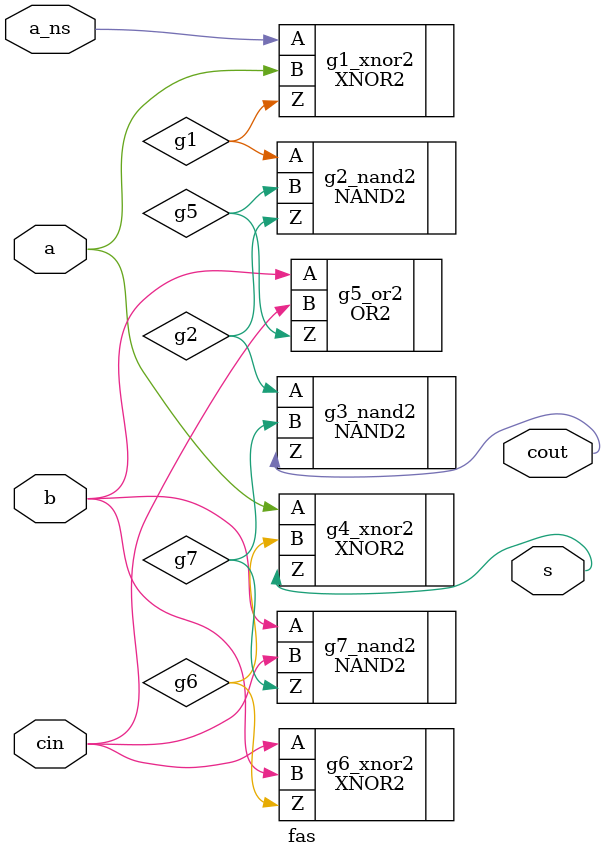
<source format=sv>
module fas (
    input logic a,           // Input bit a
    input logic b,           // Input bit b
    input logic cin,         // Carry in
    input logic a_ns,        // A_nS (add/not subtract) control
    output logic s,          // Output S
    output logic cout        // Carry out
);

	// Put your code here
	// -----------------
	logic g1, g2, g5, g6, g7;
	
	// define path to S
	XNOR2 #(.Tpdlh(3), .Tpdhl(3)) g6_xnor2(
		.A(cin),
		.B(b),
		.Z(g6)
	);
	
	XNOR2 #(.Tpdlh(3), .Tpdhl(3)) g4_xnor2(
		.A(a),
		.B(g6),
		.Z(s)
	);	
	
	// define path to Cout
	NAND2 #(.Tpdlh(10), .Tpdhl(10)) g7_nand2(
		.A(b),
		.B(cin),
		.Z(g7)
	);
	
	XNOR2 #(.Tpdlh(3), .Tpdhl(3)) g1_xnor2(
		.A(a_ns),
		.B(a),
		.Z(g1)
	);
	
	OR2 #(.Tpdlh(5), .Tpdhl(5)) g5_or2(
		.A(b),
		.B(cin),
		.Z(g5)
	);
	
	NAND2 #(.Tpdlh(10), .Tpdhl(10)) g2_nand2(
		.A(g1),
		.B(g5),
		.Z(g2)
	);
	
	NAND2 #(.Tpdlh(10), .Tpdhl(10)) g3_nand2(
		.A(g2),
		.B(g7),
		.Z(cout)
	);

	// End of your code

endmodule

</source>
